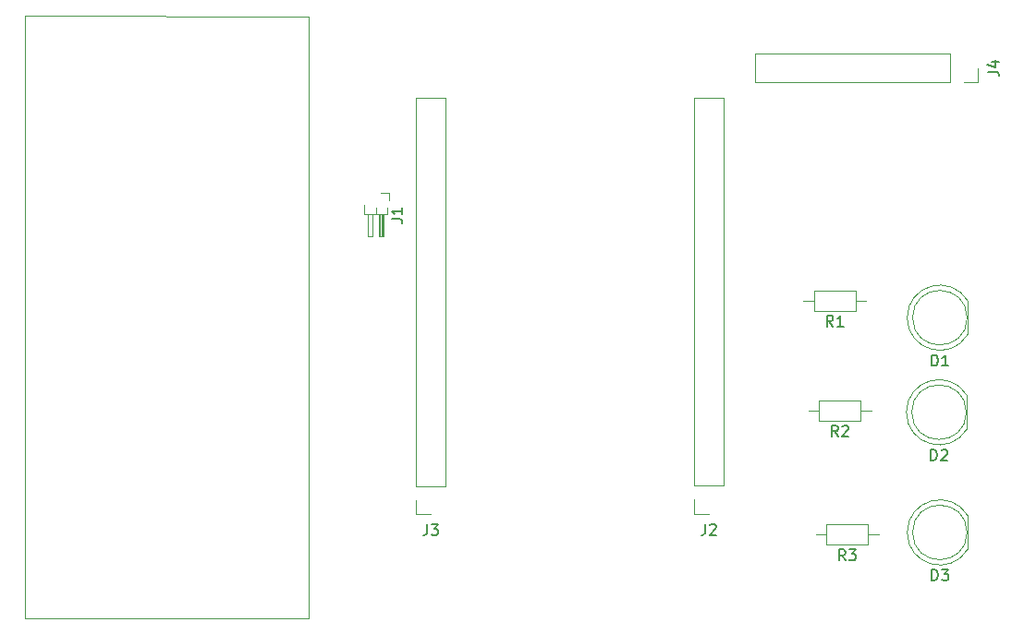
<source format=gbr>
%TF.GenerationSoftware,KiCad,Pcbnew,5.1.6-c6e7f7d~87~ubuntu20.04.1*%
%TF.CreationDate,2020-08-02T16:50:31-04:00*%
%TF.ProjectId,GaitPCB2,47616974-5043-4423-922e-6b696361645f,rev?*%
%TF.SameCoordinates,Original*%
%TF.FileFunction,Legend,Top*%
%TF.FilePolarity,Positive*%
%FSLAX46Y46*%
G04 Gerber Fmt 4.6, Leading zero omitted, Abs format (unit mm)*
G04 Created by KiCad (PCBNEW 5.1.6-c6e7f7d~87~ubuntu20.04.1) date 2020-08-02 16:50:31*
%MOMM*%
%LPD*%
G01*
G04 APERTURE LIST*
%ADD10C,0.120000*%
%ADD11C,0.150000*%
G04 APERTURE END LIST*
D10*
X106250000Y-90250000D02*
X106250000Y-89200000D01*
X80275000Y-90250000D02*
X106250000Y-90250000D01*
X80275000Y-34975000D02*
X80275000Y-90250000D01*
X106250000Y-35025000D02*
X80275000Y-34975000D01*
X106250000Y-90200000D02*
X106250000Y-35025000D01*
%TO.C,J3*%
X118780000Y-78130000D02*
X116120000Y-78130000D01*
X118780000Y-78130000D02*
X118780000Y-42510000D01*
X118780000Y-42510000D02*
X116120000Y-42510000D01*
X116120000Y-78130000D02*
X116120000Y-42510000D01*
X116120000Y-80730000D02*
X116120000Y-79400000D01*
X117450000Y-80730000D02*
X116120000Y-80730000D01*
%TO.C,J2*%
X142925000Y-80705000D02*
X141595000Y-80705000D01*
X141595000Y-80705000D02*
X141595000Y-79375000D01*
X141595000Y-78105000D02*
X141595000Y-42485000D01*
X144255000Y-42485000D02*
X141595000Y-42485000D01*
X144255000Y-78105000D02*
X144255000Y-42485000D01*
X144255000Y-78105000D02*
X141595000Y-78105000D01*
%TO.C,D1*%
X166640000Y-64220000D02*
X166640000Y-61130000D01*
X166580000Y-62675000D02*
G75*
G03*
X166580000Y-62675000I-2500000J0D01*
G01*
X161090000Y-62674538D02*
G75*
G03*
X166640000Y-64219830I2990000J-462D01*
G01*
X161090000Y-62675462D02*
G75*
G02*
X166640000Y-61130170I2990000J462D01*
G01*
%TO.C,D2*%
X166565000Y-72895000D02*
X166565000Y-69805000D01*
X166505000Y-71350000D02*
G75*
G03*
X166505000Y-71350000I-2500000J0D01*
G01*
X161015000Y-71349538D02*
G75*
G03*
X166565000Y-72894830I2990000J-462D01*
G01*
X161015000Y-71350462D02*
G75*
G02*
X166565000Y-69805170I2990000J462D01*
G01*
%TO.C,D3*%
X166640000Y-83920000D02*
X166640000Y-80830000D01*
X166580000Y-82375000D02*
G75*
G03*
X166580000Y-82375000I-2500000J0D01*
G01*
X161090000Y-82374538D02*
G75*
G03*
X166640000Y-83919830I2990000J-462D01*
G01*
X161090000Y-82375462D02*
G75*
G02*
X166640000Y-80830170I2990000J462D01*
G01*
%TO.C,R1*%
X151595000Y-61100000D02*
X152545000Y-61100000D01*
X157335000Y-61100000D02*
X156385000Y-61100000D01*
X152545000Y-62020000D02*
X156385000Y-62020000D01*
X152545000Y-60180000D02*
X152545000Y-62020000D01*
X156385000Y-60180000D02*
X152545000Y-60180000D01*
X156385000Y-62020000D02*
X156385000Y-60180000D01*
%TO.C,R2*%
X156835000Y-72120000D02*
X156835000Y-70280000D01*
X156835000Y-70280000D02*
X152995000Y-70280000D01*
X152995000Y-70280000D02*
X152995000Y-72120000D01*
X152995000Y-72120000D02*
X156835000Y-72120000D01*
X157785000Y-71200000D02*
X156835000Y-71200000D01*
X152045000Y-71200000D02*
X152995000Y-71200000D01*
%TO.C,R3*%
X152720000Y-82575000D02*
X153670000Y-82575000D01*
X158460000Y-82575000D02*
X157510000Y-82575000D01*
X153670000Y-83495000D02*
X157510000Y-83495000D01*
X153670000Y-81655000D02*
X153670000Y-83495000D01*
X157510000Y-81655000D02*
X153670000Y-81655000D01*
X157510000Y-83495000D02*
X157510000Y-81655000D01*
%TO.C,J4*%
X167580000Y-39775000D02*
X167580000Y-41105000D01*
X167580000Y-41105000D02*
X166250000Y-41105000D01*
X164980000Y-41105000D02*
X147140000Y-41105000D01*
X147140000Y-38445000D02*
X147140000Y-41105000D01*
X164980000Y-38445000D02*
X147140000Y-38445000D01*
X164980000Y-38445000D02*
X164980000Y-41105000D01*
%TO.C,J1*%
X113460000Y-52585000D02*
X113460000Y-53210000D01*
X113460000Y-53210000D02*
X111340000Y-53210000D01*
X111340000Y-53210000D02*
X111340000Y-52294493D01*
X113110000Y-53210000D02*
X113110000Y-55210000D01*
X113110000Y-55210000D02*
X112690000Y-55210000D01*
X112690000Y-55210000D02*
X112690000Y-53210000D01*
X113050000Y-53210000D02*
X113050000Y-55210000D01*
X112930000Y-53210000D02*
X112930000Y-55210000D01*
X112810000Y-53210000D02*
X112810000Y-55210000D01*
X112400000Y-52585000D02*
X112400000Y-53210000D01*
X112110000Y-53210000D02*
X112110000Y-55210000D01*
X112110000Y-55210000D02*
X111690000Y-55210000D01*
X111690000Y-55210000D02*
X111690000Y-53210000D01*
X112900000Y-51215000D02*
X113585000Y-51215000D01*
X113585000Y-51215000D02*
X113585000Y-51900000D01*
%TO.C,J3*%
D11*
X117116666Y-81622380D02*
X117116666Y-82336666D01*
X117069047Y-82479523D01*
X116973809Y-82574761D01*
X116830952Y-82622380D01*
X116735714Y-82622380D01*
X117497619Y-81622380D02*
X118116666Y-81622380D01*
X117783333Y-82003333D01*
X117926190Y-82003333D01*
X118021428Y-82050952D01*
X118069047Y-82098571D01*
X118116666Y-82193809D01*
X118116666Y-82431904D01*
X118069047Y-82527142D01*
X118021428Y-82574761D01*
X117926190Y-82622380D01*
X117640476Y-82622380D01*
X117545238Y-82574761D01*
X117497619Y-82527142D01*
%TO.C,J2*%
X142591666Y-81597380D02*
X142591666Y-82311666D01*
X142544047Y-82454523D01*
X142448809Y-82549761D01*
X142305952Y-82597380D01*
X142210714Y-82597380D01*
X143020238Y-81692619D02*
X143067857Y-81645000D01*
X143163095Y-81597380D01*
X143401190Y-81597380D01*
X143496428Y-81645000D01*
X143544047Y-81692619D01*
X143591666Y-81787857D01*
X143591666Y-81883095D01*
X143544047Y-82025952D01*
X142972619Y-82597380D01*
X143591666Y-82597380D01*
%TO.C,D1*%
X163341904Y-67087380D02*
X163341904Y-66087380D01*
X163580000Y-66087380D01*
X163722857Y-66135000D01*
X163818095Y-66230238D01*
X163865714Y-66325476D01*
X163913333Y-66515952D01*
X163913333Y-66658809D01*
X163865714Y-66849285D01*
X163818095Y-66944523D01*
X163722857Y-67039761D01*
X163580000Y-67087380D01*
X163341904Y-67087380D01*
X164865714Y-67087380D02*
X164294285Y-67087380D01*
X164580000Y-67087380D02*
X164580000Y-66087380D01*
X164484761Y-66230238D01*
X164389523Y-66325476D01*
X164294285Y-66373095D01*
%TO.C,D2*%
X163266904Y-75762380D02*
X163266904Y-74762380D01*
X163505000Y-74762380D01*
X163647857Y-74810000D01*
X163743095Y-74905238D01*
X163790714Y-75000476D01*
X163838333Y-75190952D01*
X163838333Y-75333809D01*
X163790714Y-75524285D01*
X163743095Y-75619523D01*
X163647857Y-75714761D01*
X163505000Y-75762380D01*
X163266904Y-75762380D01*
X164219285Y-74857619D02*
X164266904Y-74810000D01*
X164362142Y-74762380D01*
X164600238Y-74762380D01*
X164695476Y-74810000D01*
X164743095Y-74857619D01*
X164790714Y-74952857D01*
X164790714Y-75048095D01*
X164743095Y-75190952D01*
X164171666Y-75762380D01*
X164790714Y-75762380D01*
%TO.C,D3*%
X163341904Y-86787380D02*
X163341904Y-85787380D01*
X163580000Y-85787380D01*
X163722857Y-85835000D01*
X163818095Y-85930238D01*
X163865714Y-86025476D01*
X163913333Y-86215952D01*
X163913333Y-86358809D01*
X163865714Y-86549285D01*
X163818095Y-86644523D01*
X163722857Y-86739761D01*
X163580000Y-86787380D01*
X163341904Y-86787380D01*
X164246666Y-85787380D02*
X164865714Y-85787380D01*
X164532380Y-86168333D01*
X164675238Y-86168333D01*
X164770476Y-86215952D01*
X164818095Y-86263571D01*
X164865714Y-86358809D01*
X164865714Y-86596904D01*
X164818095Y-86692142D01*
X164770476Y-86739761D01*
X164675238Y-86787380D01*
X164389523Y-86787380D01*
X164294285Y-86739761D01*
X164246666Y-86692142D01*
%TO.C,R1*%
X154298333Y-63472380D02*
X153965000Y-62996190D01*
X153726904Y-63472380D02*
X153726904Y-62472380D01*
X154107857Y-62472380D01*
X154203095Y-62520000D01*
X154250714Y-62567619D01*
X154298333Y-62662857D01*
X154298333Y-62805714D01*
X154250714Y-62900952D01*
X154203095Y-62948571D01*
X154107857Y-62996190D01*
X153726904Y-62996190D01*
X155250714Y-63472380D02*
X154679285Y-63472380D01*
X154965000Y-63472380D02*
X154965000Y-62472380D01*
X154869761Y-62615238D01*
X154774523Y-62710476D01*
X154679285Y-62758095D01*
%TO.C,R2*%
X154748333Y-73572380D02*
X154415000Y-73096190D01*
X154176904Y-73572380D02*
X154176904Y-72572380D01*
X154557857Y-72572380D01*
X154653095Y-72620000D01*
X154700714Y-72667619D01*
X154748333Y-72762857D01*
X154748333Y-72905714D01*
X154700714Y-73000952D01*
X154653095Y-73048571D01*
X154557857Y-73096190D01*
X154176904Y-73096190D01*
X155129285Y-72667619D02*
X155176904Y-72620000D01*
X155272142Y-72572380D01*
X155510238Y-72572380D01*
X155605476Y-72620000D01*
X155653095Y-72667619D01*
X155700714Y-72762857D01*
X155700714Y-72858095D01*
X155653095Y-73000952D01*
X155081666Y-73572380D01*
X155700714Y-73572380D01*
%TO.C,R3*%
X155423333Y-84947380D02*
X155090000Y-84471190D01*
X154851904Y-84947380D02*
X154851904Y-83947380D01*
X155232857Y-83947380D01*
X155328095Y-83995000D01*
X155375714Y-84042619D01*
X155423333Y-84137857D01*
X155423333Y-84280714D01*
X155375714Y-84375952D01*
X155328095Y-84423571D01*
X155232857Y-84471190D01*
X154851904Y-84471190D01*
X155756666Y-83947380D02*
X156375714Y-83947380D01*
X156042380Y-84328333D01*
X156185238Y-84328333D01*
X156280476Y-84375952D01*
X156328095Y-84423571D01*
X156375714Y-84518809D01*
X156375714Y-84756904D01*
X156328095Y-84852142D01*
X156280476Y-84899761D01*
X156185238Y-84947380D01*
X155899523Y-84947380D01*
X155804285Y-84899761D01*
X155756666Y-84852142D01*
%TO.C,J4*%
X168472380Y-40108333D02*
X169186666Y-40108333D01*
X169329523Y-40155952D01*
X169424761Y-40251190D01*
X169472380Y-40394047D01*
X169472380Y-40489285D01*
X168805714Y-39203571D02*
X169472380Y-39203571D01*
X168424761Y-39441666D02*
X169139047Y-39679761D01*
X169139047Y-39060714D01*
%TO.C,J1*%
X113852380Y-53608333D02*
X114566666Y-53608333D01*
X114709523Y-53655952D01*
X114804761Y-53751190D01*
X114852380Y-53894047D01*
X114852380Y-53989285D01*
X114852380Y-52608333D02*
X114852380Y-53179761D01*
X114852380Y-52894047D02*
X113852380Y-52894047D01*
X113995238Y-52989285D01*
X114090476Y-53084523D01*
X114138095Y-53179761D01*
%TD*%
M02*

</source>
